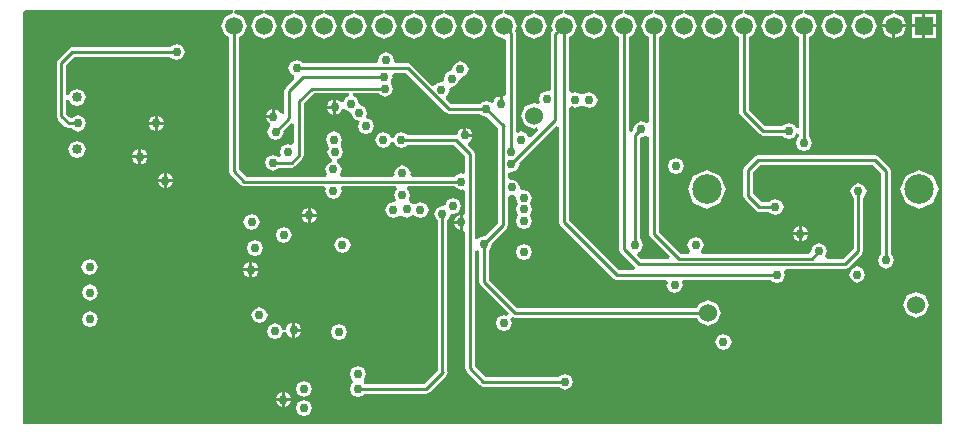
<source format=gbl>
G04 Layer_Physical_Order=4*
G04 Layer_Color=16711680*
%FSLAX43Y43*%
%MOMM*%
G71*
G01*
G75*
%ADD36C,0.254*%
%ADD39C,0.762*%
%ADD40C,1.524*%
%ADD41C,0.850*%
%ADD42R,1.500X1.500*%
%ADD43C,1.500*%
%ADD44C,2.500*%
G36*
X91468Y78816D02*
X90748Y78518D01*
X90429Y77749D01*
X90577Y77393D01*
X90513Y77330D01*
X90393Y77038D01*
Y72344D01*
X90181Y72203D01*
X90094Y72239D01*
X89608Y72038D01*
X89406Y71552D01*
X89507Y71310D01*
X89312Y71115D01*
X88976Y71255D01*
X88199Y70932D01*
X87876Y70155D01*
X88199Y69377D01*
X88976Y69055D01*
X89219Y69156D01*
X89363Y68940D01*
X88725Y68303D01*
X88476Y68352D01*
X88370Y68609D01*
X87884Y68810D01*
X87644Y68711D01*
X87433Y68852D01*
Y77165D01*
X87357Y77349D01*
X87523Y77749D01*
X87205Y78518D01*
X86484Y78816D01*
X86535Y79070D01*
X88878D01*
X88928Y78816D01*
X88796Y78761D01*
X88208Y78518D01*
X87889Y77749D01*
X88208Y76981D01*
X88976Y76663D01*
X89745Y76981D01*
X90063Y77749D01*
X89745Y78518D01*
X89156Y78761D01*
X89024Y78816D01*
X89075Y79070D01*
X91418D01*
X91468Y78816D01*
D02*
G37*
G36*
X96548D02*
X95828Y78518D01*
X95509Y77749D01*
X95828Y76981D01*
X96184Y76834D01*
Y58826D01*
X96305Y58535D01*
X97531Y57308D01*
X97522Y57223D01*
X97455Y57054D01*
X96208D01*
X91929Y61334D01*
Y70757D01*
X92183Y70927D01*
X92456Y70814D01*
X92900Y70998D01*
X93098Y70995D01*
X93195Y70962D01*
X93675Y70763D01*
X94161Y70964D01*
X94363Y71450D01*
X94161Y71936D01*
X93675Y72138D01*
X93231Y71953D01*
X93033Y71956D01*
X92936Y71989D01*
X92456Y72188D01*
X92183Y72075D01*
X91929Y72245D01*
Y76834D01*
X92285Y76981D01*
X92603Y77749D01*
X92285Y78518D01*
X91564Y78816D01*
X91615Y79070D01*
X93958D01*
X94008Y78816D01*
X93876Y78761D01*
X93288Y78518D01*
X92969Y77749D01*
X93288Y76981D01*
X94056Y76663D01*
X94825Y76981D01*
X95143Y77749D01*
X94825Y78518D01*
X94236Y78761D01*
X94104Y78816D01*
X94155Y79070D01*
X96498D01*
X96548Y78816D01*
D02*
G37*
G36*
X111788D02*
X111068Y78518D01*
X110749Y77749D01*
X111068Y76981D01*
X111424Y76834D01*
Y69112D01*
X111170Y69062D01*
X111052Y69345D01*
X110566Y69547D01*
X110080Y69345D01*
X110050Y69272D01*
X108553D01*
X107169Y70656D01*
Y76834D01*
X107525Y76981D01*
X107843Y77749D01*
X107525Y78518D01*
X106804Y78816D01*
X106855Y79070D01*
X109198D01*
X109248Y78816D01*
X109116Y78761D01*
X108528Y78518D01*
X108209Y77749D01*
X108528Y76981D01*
X109296Y76663D01*
X110065Y76981D01*
X110383Y77749D01*
X110065Y78518D01*
X109476Y78761D01*
X109344Y78816D01*
X109395Y79070D01*
X111738D01*
X111788Y78816D01*
D02*
G37*
G36*
X99088D02*
X98368Y78518D01*
X98049Y77749D01*
X98368Y76981D01*
X98724Y76834D01*
Y69636D01*
X98470Y69508D01*
X98069Y69674D01*
X97583Y69472D01*
X97382Y68986D01*
X97400Y68943D01*
X97251Y68776D01*
X97009Y68820D01*
Y76834D01*
X97365Y76981D01*
X97683Y77749D01*
X97365Y78518D01*
X96644Y78816D01*
X96695Y79070D01*
X99038D01*
X99088Y78816D01*
D02*
G37*
G36*
X98724Y68337D02*
Y60147D01*
X98845Y59856D01*
X100471Y58229D01*
X100374Y57994D01*
X98012D01*
X97720Y58286D01*
X97780Y58585D01*
X98047Y58696D01*
X98249Y59182D01*
X98047Y59668D01*
X97974Y59699D01*
Y68064D01*
X98069Y68299D01*
X98470Y68465D01*
X98724Y68337D01*
D02*
G37*
G36*
X86388Y78816D02*
X85668Y78518D01*
X85349Y77749D01*
X85668Y76981D01*
X86436Y76663D01*
X86608Y76548D01*
Y71921D01*
X86397Y71780D01*
X86335Y71806D01*
Y71171D01*
X86081D01*
Y71806D01*
X85722Y71657D01*
X85605Y71375D01*
X85449Y71200D01*
X85286Y71267D01*
X84963Y71401D01*
X84477Y71200D01*
X84447Y71126D01*
X81933D01*
X81513Y71547D01*
X81562Y71796D01*
X81639Y71828D01*
X81840Y72314D01*
X81792Y72431D01*
X81971Y72610D01*
X82017Y72592D01*
X82503Y72793D01*
X82704Y73279D01*
X82910Y73444D01*
X83239Y73580D01*
X83441Y74066D01*
X83239Y74552D01*
X82753Y74754D01*
X82267Y74552D01*
X82066Y74066D01*
X81859Y73901D01*
X81531Y73765D01*
X81329Y73279D01*
X81378Y73162D01*
X81198Y72982D01*
X81153Y73001D01*
X80667Y72800D01*
X80635Y72723D01*
X80386Y72673D01*
X78600Y74460D01*
X78308Y74580D01*
X77267D01*
X77126Y74792D01*
X77141Y74828D01*
X76940Y75314D01*
X76454Y75516D01*
X75968Y75314D01*
X75767Y74828D01*
X75782Y74792D01*
X75641Y74580D01*
X69401D01*
X69371Y74654D01*
X68885Y74855D01*
X68399Y74654D01*
X68197Y74168D01*
X68399Y73682D01*
X68648Y73579D01*
X68708Y73279D01*
X67958Y72529D01*
X67837Y72238D01*
Y70320D01*
X67788Y70291D01*
X67469Y70399D01*
X67405Y70554D01*
X67046Y70703D01*
Y70068D01*
X66919D01*
Y69941D01*
X66284D01*
X66433Y69582D01*
X66621Y69504D01*
Y69488D01*
X66607Y69235D01*
X66419Y68783D01*
X66621Y68297D01*
X67107Y68096D01*
X67593Y68297D01*
X67794Y68783D01*
X67764Y68857D01*
X68422Y69515D01*
X68676Y69410D01*
Y67836D01*
X68422Y67666D01*
X68174Y67769D01*
X67688Y67567D01*
X67486Y67081D01*
X67589Y66835D01*
X67559Y66790D01*
X67363Y66654D01*
X66877Y66856D01*
X66391Y66654D01*
X66190Y66168D01*
X66391Y65682D01*
X66877Y65481D01*
X67363Y65682D01*
X67394Y65756D01*
X68480D01*
X68771Y65877D01*
X69380Y66485D01*
X69500Y66777D01*
Y71178D01*
X70351Y72028D01*
X73291D01*
X73341Y71774D01*
X72996Y71631D01*
X72876Y71341D01*
X72601D01*
X72597Y71352D01*
X72238Y71501D01*
Y70866D01*
Y70231D01*
X72597Y70380D01*
X72717Y70670D01*
X72992D01*
X72996Y70659D01*
X73294Y70536D01*
X73506Y70383D01*
X73707Y69897D01*
X74193Y69696D01*
X74232Y69658D01*
X74073Y69274D01*
X74274Y68788D01*
X74760Y68587D01*
X75246Y68788D01*
X75448Y69274D01*
X75246Y69760D01*
X74760Y69961D01*
X74722Y70000D01*
X74881Y70383D01*
X74679Y70869D01*
X74381Y70993D01*
X74170Y71145D01*
X73968Y71631D01*
X73623Y71774D01*
X73674Y72028D01*
X75836D01*
X75866Y71955D01*
X76352Y71753D01*
X76838Y71955D01*
X77040Y72441D01*
X76838Y72927D01*
X76898Y73177D01*
X77014Y73457D01*
X76978Y73544D01*
X77119Y73756D01*
X78137D01*
X81471Y70422D01*
X81763Y70301D01*
X84447D01*
X84477Y70228D01*
X84963Y70026D01*
X85037Y70057D01*
X85973Y69120D01*
Y61080D01*
X84833Y59940D01*
X84760Y59971D01*
X84274Y59770D01*
X84232Y59670D01*
X83978Y59720D01*
Y66929D01*
X83858Y67221D01*
X83404Y67674D01*
X83454Y67923D01*
X83620Y67992D01*
X83769Y68351D01*
X83134D01*
Y68478D01*
X83007D01*
Y69113D01*
X82648Y68964D01*
X82543Y68710D01*
X82423Y68484D01*
X82212Y68484D01*
X78266D01*
X78235Y68558D01*
X77749Y68759D01*
X77263Y68558D01*
X77125Y68224D01*
X76850D01*
X76711Y68558D01*
X76225Y68759D01*
X75739Y68558D01*
X75538Y68072D01*
X75739Y67586D01*
X76225Y67385D01*
X76711Y67586D01*
X76850Y67920D01*
X77125D01*
X77263Y67586D01*
X77749Y67385D01*
X78235Y67586D01*
X78266Y67660D01*
X82252D01*
X83154Y66758D01*
Y65327D01*
X82942Y65186D01*
X82779Y65254D01*
X82293Y65053D01*
X82262Y64979D01*
X78654D01*
X78513Y65190D01*
X78538Y65253D01*
X78337Y65739D01*
X77851Y65940D01*
X77365Y65739D01*
X77164Y65253D01*
X77189Y65190D01*
X77048Y64979D01*
X72684D01*
X72541Y65233D01*
X72696Y65608D01*
X72495Y66094D01*
X72298Y66176D01*
Y66451D01*
X72647Y66595D01*
X72849Y67081D01*
X72647Y67567D01*
X72633Y67848D01*
X72747Y68123D01*
X72546Y68609D01*
X72060Y68810D01*
X71574Y68609D01*
X71372Y68123D01*
X71574Y67637D01*
X71588Y67356D01*
X71474Y67081D01*
X71675Y66595D01*
X71872Y66514D01*
Y66239D01*
X71523Y66094D01*
X71322Y65608D01*
X71477Y65233D01*
X71334Y64979D01*
X64611D01*
X63989Y65601D01*
Y76834D01*
X64345Y76981D01*
X64663Y77749D01*
X64345Y78518D01*
X63624Y78816D01*
X63675Y79070D01*
X66018D01*
X66068Y78816D01*
X65936Y78761D01*
X65348Y78518D01*
X65029Y77749D01*
X65348Y76981D01*
X66116Y76663D01*
X66885Y76981D01*
X67203Y77749D01*
X66885Y78518D01*
X66296Y78761D01*
X66164Y78816D01*
X66215Y79070D01*
X68558D01*
X68608Y78816D01*
X68476Y78761D01*
X67888Y78518D01*
X67569Y77749D01*
X67888Y76981D01*
X68656Y76663D01*
X69425Y76981D01*
X69743Y77749D01*
X69425Y78518D01*
X68836Y78761D01*
X68704Y78816D01*
X68755Y79070D01*
X71098D01*
X71148Y78816D01*
X71016Y78761D01*
X70428Y78518D01*
X70109Y77749D01*
X70428Y76981D01*
X71196Y76663D01*
X71965Y76981D01*
X72283Y77749D01*
X71965Y78518D01*
X71376Y78761D01*
X71244Y78816D01*
X71295Y79070D01*
X73638D01*
X73688Y78816D01*
X73556Y78761D01*
X72968Y78518D01*
X72649Y77749D01*
X72968Y76981D01*
X73736Y76663D01*
X74505Y76981D01*
X74823Y77749D01*
X74505Y78518D01*
X73916Y78761D01*
X73784Y78816D01*
X73835Y79070D01*
X76178D01*
X76228Y78816D01*
X76096Y78761D01*
X75508Y78518D01*
X75189Y77749D01*
X75508Y76981D01*
X76276Y76663D01*
X77045Y76981D01*
X77363Y77749D01*
X77045Y78518D01*
X76456Y78761D01*
X76324Y78816D01*
X76375Y79070D01*
X78718D01*
X78768Y78816D01*
X78636Y78761D01*
X78048Y78518D01*
X77729Y77749D01*
X78048Y76981D01*
X78816Y76663D01*
X79585Y76981D01*
X79903Y77749D01*
X79585Y78518D01*
X78996Y78761D01*
X78864Y78816D01*
X78915Y79070D01*
X81258D01*
X81308Y78816D01*
X81176Y78761D01*
X80588Y78518D01*
X80269Y77749D01*
X80588Y76981D01*
X81356Y76663D01*
X82125Y76981D01*
X82443Y77749D01*
X82125Y78518D01*
X81536Y78761D01*
X81404Y78816D01*
X81455Y79070D01*
X83798D01*
X83848Y78816D01*
X83716Y78761D01*
X83128Y78518D01*
X82809Y77749D01*
X83128Y76981D01*
X83896Y76663D01*
X84665Y76981D01*
X84983Y77749D01*
X84665Y78518D01*
X84076Y78761D01*
X83944Y78816D01*
X83995Y79070D01*
X86338D01*
X86388Y78816D01*
D02*
G37*
G36*
X123546Y44120D02*
X123525Y44069D01*
X45720D01*
Y78869D01*
X45810Y79012D01*
X45932Y79070D01*
X63478D01*
X63528Y78816D01*
X62808Y78518D01*
X62489Y77749D01*
X62808Y76981D01*
X63164Y76834D01*
Y65430D01*
X63285Y65139D01*
X64148Y64275D01*
X64440Y64154D01*
X71248D01*
X71390Y63943D01*
X71322Y63779D01*
X71523Y63293D01*
X72009Y63092D01*
X72495Y63293D01*
X72696Y63779D01*
X72628Y63943D01*
X72770Y64154D01*
X77328D01*
X77378Y63900D01*
X77340Y63884D01*
X77138Y63398D01*
X77290Y63033D01*
X77095Y62839D01*
X77089Y62841D01*
X76603Y62640D01*
X76402Y62154D01*
X76603Y61668D01*
X77089Y61466D01*
X77575Y61668D01*
X77831Y61683D01*
X78232Y61517D01*
X78718Y61719D01*
X78868D01*
X78889Y61668D01*
X79375Y61466D01*
X79861Y61668D01*
X80062Y62154D01*
X79861Y62640D01*
X79375Y62841D01*
X78996Y62684D01*
X78737Y62690D01*
X78647Y62720D01*
X78508Y62777D01*
X78390Y63101D01*
X78513Y63398D01*
X78312Y63884D01*
X78273Y63900D01*
X78324Y64154D01*
X82262D01*
X82293Y64081D01*
X82779Y63879D01*
X82942Y63947D01*
X83154Y63806D01*
Y61894D01*
X82956Y61762D01*
Y61112D01*
Y60463D01*
X83154Y60331D01*
Y48768D01*
X83274Y48476D01*
X84417Y47333D01*
X84709Y47213D01*
X91076D01*
X91106Y47139D01*
X91592Y46938D01*
X92078Y47139D01*
X92280Y47625D01*
X92078Y48111D01*
X91592Y48312D01*
X91106Y48111D01*
X91076Y48037D01*
X84880D01*
X83978Y48939D01*
Y58683D01*
X84232Y58796D01*
X84347Y58692D01*
Y56058D01*
X84468Y55766D01*
X86833Y53401D01*
X86689Y53186D01*
X86436Y53291D01*
X85950Y53089D01*
X85749Y52603D01*
X85950Y52117D01*
X86436Y51916D01*
X86922Y52117D01*
X87124Y52603D01*
X86996Y52912D01*
X87190Y53106D01*
X87376Y53029D01*
X102779D01*
X102931Y52664D01*
X103708Y52342D01*
X104486Y52664D01*
X104808Y53442D01*
X104486Y54219D01*
X103708Y54541D01*
X102931Y54219D01*
X102779Y53854D01*
X87547D01*
X85172Y56229D01*
Y58767D01*
X85246Y58798D01*
X85447Y59284D01*
X85417Y59357D01*
X86677Y60618D01*
X86798Y60909D01*
Y63292D01*
X87009Y63433D01*
X87097Y63397D01*
X87262Y63466D01*
X87457Y63271D01*
X87425Y63195D01*
X87542Y62913D01*
X87627Y62709D01*
X87558Y62463D01*
X87451Y62205D01*
X87561Y61937D01*
X87648Y61709D01*
X87561Y61481D01*
X87451Y61214D01*
X87652Y60728D01*
X88138Y60527D01*
X88624Y60728D01*
X88825Y61214D01*
X88715Y61481D01*
X88628Y61709D01*
X88715Y61937D01*
X88825Y62205D01*
X88708Y62487D01*
X88624Y62691D01*
X88693Y62937D01*
X88800Y63195D01*
X88599Y63681D01*
X88113Y63883D01*
X87947Y63814D01*
X87752Y64008D01*
X87784Y64084D01*
X87583Y64570D01*
X87097Y64772D01*
X87009Y64735D01*
X86798Y64876D01*
Y65263D01*
X87009Y65404D01*
X87071Y65378D01*
X87557Y65579D01*
X87759Y66065D01*
X87728Y66139D01*
X90850Y69261D01*
X91104Y69156D01*
Y61163D01*
X91225Y60872D01*
X95746Y56350D01*
X96037Y56230D01*
X100149D01*
X100290Y56018D01*
X100201Y55804D01*
X100403Y55318D01*
X100889Y55116D01*
X101375Y55318D01*
X101576Y55804D01*
X101487Y56018D01*
X101628Y56230D01*
X109034D01*
X109064Y56156D01*
X109550Y55955D01*
X110036Y56156D01*
X110238Y56642D01*
X110124Y56915D01*
X110294Y57169D01*
X115316D01*
X115608Y57290D01*
X116751Y58433D01*
X116871Y58725D01*
Y63212D01*
X116945Y63243D01*
X117146Y63729D01*
X116945Y64215D01*
X116459Y64416D01*
X115973Y64215D01*
X115772Y63729D01*
X115973Y63243D01*
X116047Y63212D01*
Y58896D01*
X115145Y57994D01*
X113756D01*
X113628Y58248D01*
X113794Y58649D01*
X113592Y59135D01*
X113106Y59336D01*
X112620Y59135D01*
X112419Y58649D01*
X112241Y58451D01*
X103226D01*
X103153Y58696D01*
X103354Y59182D01*
X103153Y59668D01*
X102667Y59869D01*
X102181Y59668D01*
X101979Y59182D01*
X102181Y58696D01*
X102108Y58451D01*
X101415D01*
X99549Y60318D01*
Y76834D01*
X99905Y76981D01*
X100223Y77749D01*
X99905Y78518D01*
X99184Y78816D01*
X99235Y79070D01*
X101578D01*
X101628Y78816D01*
X101496Y78761D01*
X100908Y78518D01*
X100589Y77749D01*
X100908Y76981D01*
X101676Y76663D01*
X102445Y76981D01*
X102763Y77749D01*
X102445Y78518D01*
X101856Y78761D01*
X101724Y78816D01*
X101775Y79070D01*
X104118D01*
X104168Y78816D01*
X104036Y78761D01*
X103448Y78518D01*
X103129Y77749D01*
X103448Y76981D01*
X104216Y76663D01*
X104985Y76981D01*
X105303Y77749D01*
X104985Y78518D01*
X104396Y78761D01*
X104264Y78816D01*
X104315Y79070D01*
X106658D01*
X106708Y78816D01*
X105988Y78518D01*
X105669Y77749D01*
X105988Y76981D01*
X106344Y76834D01*
Y70485D01*
X106465Y70193D01*
X108090Y68568D01*
X108382Y68447D01*
X110050D01*
X110080Y68373D01*
X110566Y68172D01*
X111052Y68373D01*
X111170Y68657D01*
X111424Y68607D01*
Y68360D01*
X111350Y68329D01*
X111149Y67843D01*
X111350Y67357D01*
X111836Y67156D01*
X112322Y67357D01*
X112524Y67843D01*
X112322Y68329D01*
X112249Y68360D01*
Y76834D01*
X112605Y76981D01*
X112923Y77749D01*
X112605Y78518D01*
X111884Y78816D01*
X111935Y79070D01*
X114278D01*
X114328Y78816D01*
X114196Y78761D01*
X113608Y78518D01*
X113289Y77749D01*
X113608Y76981D01*
X114376Y76663D01*
X115145Y76981D01*
X115463Y77749D01*
X115145Y78518D01*
X114556Y78761D01*
X114424Y78816D01*
X114475Y79070D01*
X116818D01*
X116868Y78816D01*
X116736Y78761D01*
X116148Y78518D01*
X115829Y77749D01*
X116148Y76981D01*
X116916Y76663D01*
X117685Y76981D01*
X118003Y77749D01*
X117685Y78518D01*
X117096Y78761D01*
X116964Y78816D01*
X117015Y79070D01*
X119358D01*
X119408Y78816D01*
X119276Y78761D01*
X118688Y78518D01*
X118422Y77876D01*
X119456D01*
X120490D01*
X120225Y78518D01*
X119636Y78761D01*
X119504Y78816D01*
X119555Y79070D01*
X123546D01*
Y44120D01*
D02*
G37*
%LPC*%
G36*
X71984Y70739D02*
X71476D01*
X71625Y70380D01*
X71984Y70231D01*
Y70739D01*
D02*
G37*
G36*
X66792Y70703D02*
X66433Y70554D01*
X66284Y70195D01*
X66792D01*
Y70703D01*
D02*
G37*
G36*
X83261Y69113D02*
Y68605D01*
X83769D01*
X83620Y68964D01*
X83261Y69113D01*
D02*
G37*
G36*
X71984Y71501D02*
X71625Y71352D01*
X71476Y70993D01*
X71984D01*
Y71501D01*
D02*
G37*
G36*
X82702Y60985D02*
X82195D01*
X82343Y60626D01*
X82702Y60478D01*
Y60985D01*
D02*
G37*
G36*
X88138Y59311D02*
X87652Y59109D01*
X87451Y58623D01*
X87652Y58137D01*
X88138Y57936D01*
X88624Y58137D01*
X88825Y58623D01*
X88624Y59109D01*
X88138Y59311D01*
D02*
G37*
G36*
X65151Y57732D02*
Y57224D01*
X65659D01*
X65510Y57583D01*
X65151Y57732D01*
D02*
G37*
G36*
X51359Y58015D02*
X50873Y57814D01*
X50671Y57328D01*
X50873Y56842D01*
X51359Y56640D01*
X51845Y56842D01*
X52046Y57328D01*
X51845Y57814D01*
X51359Y58015D01*
D02*
G37*
G36*
X65659Y56970D02*
X65151D01*
Y56463D01*
X65510Y56611D01*
X65659Y56970D01*
D02*
G37*
G36*
X64897Y57732D02*
X64538Y57583D01*
X64389Y57224D01*
X64897D01*
Y57732D01*
D02*
G37*
G36*
X117856Y66833D02*
X107975D01*
X107684Y66713D01*
X106820Y65849D01*
X106699Y65557D01*
Y63373D01*
X106820Y63081D01*
X107785Y62116D01*
X108077Y61995D01*
X108907D01*
X108937Y61922D01*
X109423Y61720D01*
X109909Y61922D01*
X110111Y62408D01*
X109909Y62894D01*
X109423Y63095D01*
X108937Y62894D01*
X108907Y62820D01*
X108248D01*
X107524Y63544D01*
Y65387D01*
X108146Y66009D01*
X117685D01*
X118370Y65323D01*
Y58400D01*
X118297Y58370D01*
X118095Y57884D01*
X118297Y57398D01*
X118783Y57196D01*
X119269Y57398D01*
X119470Y57884D01*
X119269Y58370D01*
X119195Y58400D01*
Y65494D01*
X119074Y65786D01*
X118148Y66713D01*
X117856Y66833D01*
D02*
G37*
G36*
X65075Y61851D02*
X64589Y61649D01*
X64387Y61163D01*
X64589Y60677D01*
X65075Y60476D01*
X65561Y60677D01*
X65762Y61163D01*
X65561Y61649D01*
X65075Y61851D01*
D02*
G37*
G36*
X111404Y60782D02*
X111045Y60633D01*
X110897Y60274D01*
X111404D01*
Y60782D01*
D02*
G37*
G36*
X112166Y60020D02*
X111658D01*
Y59512D01*
X112017Y59661D01*
X112166Y60020D01*
D02*
G37*
G36*
X111404D02*
X110897D01*
X111045Y59661D01*
X111404Y59512D01*
Y60020D01*
D02*
G37*
G36*
X111658Y60782D02*
Y60274D01*
X112166D01*
X112017Y60633D01*
X111658Y60782D01*
D02*
G37*
G36*
X65380Y59615D02*
X64894Y59414D01*
X64692Y58928D01*
X64894Y58442D01*
X65380Y58241D01*
X65866Y58442D01*
X66067Y58928D01*
X65866Y59414D01*
X65380Y59615D01*
D02*
G37*
G36*
X72769Y59868D02*
X72283Y59666D01*
X72082Y59180D01*
X72283Y58694D01*
X72769Y58493D01*
X73255Y58694D01*
X73457Y59180D01*
X73255Y59666D01*
X72769Y59868D01*
D02*
G37*
G36*
X67793Y60733D02*
X67307Y60532D01*
X67105Y60046D01*
X67307Y59560D01*
X67793Y59358D01*
X68279Y59560D01*
X68480Y60046D01*
X68279Y60532D01*
X67793Y60733D01*
D02*
G37*
G36*
X105029Y51665D02*
X104543Y51464D01*
X104342Y50978D01*
X104543Y50492D01*
X105029Y50290D01*
X105515Y50492D01*
X105716Y50978D01*
X105515Y51464D01*
X105029Y51665D01*
D02*
G37*
G36*
X67894Y46736D02*
Y46228D01*
X68402D01*
X68253Y46587D01*
X67894Y46736D01*
D02*
G37*
G36*
X69266Y51867D02*
X68758D01*
Y51359D01*
X69117Y51508D01*
X69266Y51867D01*
D02*
G37*
G36*
X72466Y52529D02*
X71980Y52327D01*
X71779Y51841D01*
X71980Y51355D01*
X72466Y51154D01*
X72952Y51355D01*
X73154Y51841D01*
X72952Y52327D01*
X72466Y52529D01*
D02*
G37*
G36*
X67640Y45974D02*
X67132D01*
X67281Y45615D01*
X67640Y45466D01*
Y45974D01*
D02*
G37*
G36*
X69520Y47703D02*
X69034Y47501D01*
X68832Y47015D01*
X69034Y46529D01*
X69319Y46411D01*
X69498Y46337D01*
Y46093D01*
X69319Y46019D01*
X69034Y45901D01*
X68832Y45415D01*
X69034Y44929D01*
X69520Y44728D01*
X70006Y44929D01*
X70207Y45415D01*
X70006Y45901D01*
X69721Y46019D01*
X69542Y46093D01*
Y46337D01*
X69721Y46411D01*
X70006Y46529D01*
X70207Y47015D01*
X70006Y47501D01*
X69520Y47703D01*
D02*
G37*
G36*
X67640Y46736D02*
X67281Y46587D01*
X67132Y46228D01*
X67640D01*
Y46736D01*
D02*
G37*
G36*
X68402Y45974D02*
X67894D01*
Y45466D01*
X68253Y45615D01*
X68402Y45974D01*
D02*
G37*
G36*
X51384Y55856D02*
X50898Y55655D01*
X50697Y55169D01*
X50898Y54683D01*
X51384Y54481D01*
X51870Y54683D01*
X52072Y55169D01*
X51870Y55655D01*
X51384Y55856D01*
D02*
G37*
G36*
X121336Y55253D02*
X120558Y54930D01*
X120236Y54153D01*
X120558Y53375D01*
X121336Y53053D01*
X122113Y53375D01*
X122436Y54153D01*
X122113Y54930D01*
X121336Y55253D01*
D02*
G37*
G36*
X64897Y56970D02*
X64389D01*
X64538Y56611D01*
X64897Y56463D01*
Y56970D01*
D02*
G37*
G36*
X116357Y57380D02*
X115871Y57179D01*
X115670Y56693D01*
X115871Y56207D01*
X116357Y56005D01*
X116843Y56207D01*
X117045Y56693D01*
X116843Y57179D01*
X116357Y57380D01*
D02*
G37*
G36*
X68758Y52629D02*
Y52121D01*
X69266D01*
X69117Y52480D01*
X68758Y52629D01*
D02*
G37*
G36*
X68504D02*
X68145Y52480D01*
X68006Y52144D01*
X67960Y52033D01*
X67709Y51975D01*
X67660Y52093D01*
X67542Y52378D01*
X67056Y52580D01*
X66570Y52378D01*
X66369Y51892D01*
X66570Y51406D01*
X67056Y51205D01*
X67542Y51406D01*
X67681Y51742D01*
X67727Y51853D01*
X67978Y51910D01*
X68027Y51793D01*
X68145Y51508D01*
X68504Y51359D01*
Y51994D01*
Y52629D01*
D02*
G37*
G36*
X65735Y53926D02*
X65249Y53724D01*
X65048Y53238D01*
X65249Y52752D01*
X65735Y52551D01*
X66221Y52752D01*
X66423Y53238D01*
X66221Y53724D01*
X65735Y53926D01*
D02*
G37*
G36*
X51384Y53596D02*
X50898Y53394D01*
X50697Y52908D01*
X50898Y52422D01*
X51384Y52221D01*
X51870Y52422D01*
X52072Y52908D01*
X51870Y53394D01*
X51384Y53596D01*
D02*
G37*
G36*
X69825Y61570D02*
X69317D01*
X69466Y61211D01*
X69825Y61062D01*
Y61570D01*
D02*
G37*
G36*
X57125Y70129D02*
Y69621D01*
X57632D01*
X57484Y69980D01*
X57125Y70129D01*
D02*
G37*
G36*
X56871D02*
X56512Y69980D01*
X56363Y69621D01*
X56871D01*
Y70129D01*
D02*
G37*
G36*
X55753Y67284D02*
Y66777D01*
X56261D01*
X56112Y67136D01*
X55753Y67284D01*
D02*
G37*
G36*
X57632Y69367D02*
X57125D01*
Y68860D01*
X57484Y69008D01*
X57632Y69367D01*
D02*
G37*
G36*
X56871D02*
X56363D01*
X56512Y69008D01*
X56871Y68860D01*
Y69367D01*
D02*
G37*
G36*
X123000Y77622D02*
X122123D01*
Y76745D01*
X123000D01*
Y77622D01*
D02*
G37*
G36*
X121869D02*
X120992D01*
Y76745D01*
X121869D01*
Y77622D01*
D02*
G37*
G36*
X123000Y78753D02*
X122123D01*
Y77876D01*
X123000D01*
Y78753D01*
D02*
G37*
G36*
X121869D02*
X120992D01*
Y77876D01*
X121869D01*
Y78753D01*
D02*
G37*
G36*
X58725Y76227D02*
X58239Y76026D01*
X58208Y75952D01*
X49911D01*
X49619Y75831D01*
X48680Y74891D01*
X48559Y74600D01*
Y70104D01*
X48680Y69812D01*
X49299Y69193D01*
X49591Y69072D01*
X49852D01*
X49882Y68999D01*
X50368Y68797D01*
X50854Y68999D01*
X51056Y69485D01*
X50854Y69971D01*
X50368Y70172D01*
X49882Y69971D01*
X49631Y70028D01*
X49384Y70275D01*
Y71440D01*
X49638Y71490D01*
X49772Y71165D01*
X50292Y70950D01*
X50812Y71165D01*
X51027Y71685D01*
X50812Y72204D01*
X50292Y72420D01*
X49772Y72204D01*
X49638Y71879D01*
X49384Y71930D01*
Y74429D01*
X50082Y75127D01*
X58208D01*
X58239Y75054D01*
X58725Y74852D01*
X59211Y75054D01*
X59412Y75540D01*
X59211Y76026D01*
X58725Y76227D01*
D02*
G37*
G36*
X120490Y77622D02*
X119583D01*
Y76715D01*
X120225Y76981D01*
X120490Y77622D01*
D02*
G37*
G36*
X119329D02*
X118422D01*
X118688Y76981D01*
X119329Y76715D01*
Y77622D01*
D02*
G37*
G36*
X121620Y65525D02*
X120468Y65048D01*
X119992Y63897D01*
X120468Y62746D01*
X121620Y62269D01*
X122771Y62746D01*
X123248Y63897D01*
X122771Y65048D01*
X121620Y65525D01*
D02*
G37*
G36*
X103620D02*
X102468Y65048D01*
X101992Y63897D01*
X102468Y62746D01*
X103620Y62269D01*
X104771Y62746D01*
X105248Y63897D01*
X104771Y65048D01*
X103620Y65525D01*
D02*
G37*
G36*
X57658Y64516D02*
X57150D01*
X57299Y64157D01*
X57658Y64008D01*
Y64516D01*
D02*
G37*
G36*
X82144Y63197D02*
X81658Y62995D01*
X81534Y62696D01*
X81470Y62565D01*
X81257Y62488D01*
X81232Y62488D01*
X81018Y62400D01*
X80746Y62287D01*
X80545Y61801D01*
X80746Y61315D01*
X80820Y61284D01*
Y48561D01*
X79687Y47428D01*
X74608D01*
X74578Y47501D01*
X74555Y47511D01*
Y47716D01*
X74579Y47776D01*
X74779Y48260D01*
X74578Y48746D01*
X74092Y48947D01*
X73606Y48746D01*
X73404Y48260D01*
X73605Y47776D01*
X73628Y47716D01*
Y47559D01*
X73605Y47499D01*
X73404Y47015D01*
X73606Y46529D01*
X74092Y46328D01*
X74578Y46529D01*
X74608Y46603D01*
X79858D01*
X80149Y46724D01*
X81546Y48121D01*
X81546Y48121D01*
X81667Y48412D01*
X81644Y48467D01*
Y61284D01*
X81718Y61315D01*
X81919Y61801D01*
X82118Y61823D01*
X82144Y61822D01*
X82144Y61822D01*
X82630Y62023D01*
X82831Y62509D01*
X82630Y62995D01*
X82144Y63197D01*
D02*
G37*
G36*
X82702Y61747D02*
X82343Y61598D01*
X82195Y61239D01*
X82702D01*
Y61747D01*
D02*
G37*
G36*
X70586Y61570D02*
X70079D01*
Y61062D01*
X70438Y61211D01*
X70586Y61570D01*
D02*
G37*
G36*
X70079Y62331D02*
Y61824D01*
X70586D01*
X70438Y62183D01*
X70079Y62331D01*
D02*
G37*
G36*
X69825D02*
X69466Y62183D01*
X69317Y61824D01*
X69825D01*
Y62331D01*
D02*
G37*
G36*
X56261Y66523D02*
X55753D01*
Y66015D01*
X56112Y66164D01*
X56261Y66523D01*
D02*
G37*
G36*
X55499D02*
X54991D01*
X55140Y66164D01*
X55499Y66015D01*
Y66523D01*
D02*
G37*
G36*
Y67284D02*
X55140Y67136D01*
X54991Y66777D01*
X55499D01*
Y67284D01*
D02*
G37*
G36*
X50292Y68020D02*
X49772Y67804D01*
X49557Y67285D01*
X49772Y66765D01*
X50292Y66550D01*
X50812Y66765D01*
X51027Y67285D01*
X50812Y67804D01*
X50292Y68020D01*
D02*
G37*
G36*
X57658Y65278D02*
X57299Y65129D01*
X57150Y64770D01*
X57658D01*
Y65278D01*
D02*
G37*
G36*
X58420Y64516D02*
X57912D01*
Y64008D01*
X58271Y64157D01*
X58420Y64516D01*
D02*
G37*
G36*
X100990Y66575D02*
X100504Y66374D01*
X100303Y65888D01*
X100504Y65402D01*
X100990Y65200D01*
X101476Y65402D01*
X101678Y65888D01*
X101476Y66374D01*
X100990Y66575D01*
D02*
G37*
G36*
X57912Y65278D02*
Y64770D01*
X58420D01*
X58271Y65129D01*
X57912Y65278D01*
D02*
G37*
%LPD*%
D36*
X84760Y59284D02*
X86385Y60909D01*
Y69190D01*
X86436Y69240D01*
X112497Y58039D02*
X113106Y58649D01*
X101244Y58039D02*
X112497D01*
X99136Y60147D02*
X101244Y58039D01*
X81763Y70714D02*
X84963D01*
X68250Y69926D02*
Y72238D01*
X67107Y68783D02*
X68250Y69926D01*
X87376Y53442D02*
X103708D01*
X84760Y56058D02*
X87376Y53442D01*
X84760Y56058D02*
Y59284D01*
X84963Y70714D02*
X86436Y69240D01*
X97561Y59182D02*
Y68478D01*
X98069Y68986D01*
X83566Y48768D02*
Y66929D01*
Y48768D02*
X84709Y47625D01*
X91592D01*
X87071Y66065D02*
X90805Y69799D01*
Y77038D01*
X77749Y68072D02*
X82423D01*
X83566Y66929D01*
X81232Y48435D02*
X81255Y48412D01*
X81232Y48435D02*
Y61801D01*
X79858Y47015D02*
X81255Y48412D01*
X74092Y47015D02*
X79858D01*
X68480Y66168D02*
X69088Y66777D01*
X66877Y66168D02*
X68480D01*
X69088Y66777D02*
Y71349D01*
X70180Y72441D01*
X76352D01*
X86436Y77749D02*
X87020Y77165D01*
Y67107D02*
Y77165D01*
X90805Y77038D02*
X91516Y77749D01*
X63576Y65430D02*
Y77749D01*
Y65430D02*
X64440Y64567D01*
X82779D01*
X97561Y59182D02*
X97587Y59207D01*
X97841Y57582D02*
X115316D01*
X96596Y58826D02*
X97841Y57582D01*
X96596Y58826D02*
Y77749D01*
X116459Y58725D02*
Y63729D01*
X115316Y57582D02*
X116459Y58725D01*
X118783Y57884D02*
Y65494D01*
X117856Y66421D02*
X118783Y65494D01*
X107975Y66421D02*
X117856D01*
X107112Y65557D02*
X107975Y66421D01*
X107112Y63373D02*
Y65557D01*
Y63373D02*
X108077Y62408D01*
X109423D01*
X96037Y56642D02*
X109550D01*
X99136Y60147D02*
Y77749D01*
X91516Y61163D02*
Y77749D01*
Y61163D02*
X96037Y56642D01*
X106756Y70485D02*
Y77749D01*
Y70485D02*
X108382Y68859D01*
X110566D01*
X111836Y67843D02*
Y77749D01*
X49911Y75540D02*
X58725D01*
X48971Y74600D02*
X49911Y75540D01*
X48971Y70104D02*
Y74600D01*
Y70104D02*
X49591Y69485D01*
X50368D01*
X68250Y72238D02*
X69469Y73457D01*
X76327D01*
X78308Y74168D02*
X81763Y70714D01*
X68885Y74168D02*
X78308D01*
D39*
X66919Y70068D02*
D03*
X68631Y51994D02*
D03*
X86208Y71171D02*
D03*
X67767Y46101D02*
D03*
X82829Y61112D02*
D03*
X69952Y61697D02*
D03*
X72111Y70866D02*
D03*
X65024Y57097D02*
D03*
X83134Y68478D02*
D03*
X57785Y64643D02*
D03*
X55626Y66650D02*
D03*
X65075Y61163D02*
D03*
X67793Y60046D02*
D03*
X65380Y58928D02*
D03*
X65735Y53238D02*
D03*
X69520Y45415D02*
D03*
X87884Y68123D02*
D03*
X102667Y59182D02*
D03*
X72161Y67081D02*
D03*
X68174D02*
D03*
X68885Y74168D02*
D03*
X84760Y59284D02*
D03*
X84963Y70714D02*
D03*
X105029Y50978D02*
D03*
X91592Y47625D02*
D03*
X86436Y52603D02*
D03*
X90094Y71552D02*
D03*
X92456Y71501D02*
D03*
X93675Y71450D02*
D03*
X81153Y72314D02*
D03*
X82017Y73279D02*
D03*
X82753Y74066D02*
D03*
X56998Y69494D02*
D03*
X67056Y51892D02*
D03*
X72466Y51841D02*
D03*
X116357Y56693D02*
D03*
X82144Y62509D02*
D03*
X81232Y61801D02*
D03*
X74760Y69274D02*
D03*
X74092Y47015D02*
D03*
Y48260D02*
D03*
X69520Y47015D02*
D03*
X77749Y68072D02*
D03*
X76225D02*
D03*
X72060Y68123D02*
D03*
X72009Y63779D02*
D03*
Y65608D02*
D03*
X74193Y70383D02*
D03*
X72769Y59180D02*
D03*
X100889Y55804D02*
D03*
X100990Y65888D02*
D03*
X77826Y63398D02*
D03*
X77851Y65253D02*
D03*
X76352Y72441D02*
D03*
X76327Y73457D02*
D03*
X66877Y66168D02*
D03*
X67107Y68783D02*
D03*
X79375Y62154D02*
D03*
X78232Y62205D02*
D03*
X77089Y62154D02*
D03*
X87020Y67107D02*
D03*
X87071Y66065D02*
D03*
X82779Y64567D02*
D03*
X88138Y58623D02*
D03*
Y61214D02*
D03*
Y62205D02*
D03*
X88113Y63195D02*
D03*
X87097Y64084D02*
D03*
X98069Y68986D02*
D03*
X97561Y59182D02*
D03*
X116459Y63729D02*
D03*
X113106Y58649D02*
D03*
X111531Y60147D02*
D03*
X109550Y56642D02*
D03*
X118783Y57884D02*
D03*
X109423Y62408D02*
D03*
X110566Y68859D02*
D03*
X111836Y67843D02*
D03*
X50368Y69485D02*
D03*
X58725Y75540D02*
D03*
X51384Y55169D02*
D03*
Y52908D02*
D03*
X51359Y57328D02*
D03*
X73482Y71145D02*
D03*
X76454Y74828D02*
D03*
D40*
X88976Y70155D02*
D03*
X121336Y54153D02*
D03*
X103708Y53442D02*
D03*
D41*
X50292Y67285D02*
D03*
Y71685D02*
D03*
D42*
X121996Y77749D02*
D03*
D43*
X63576D02*
D03*
X66116D02*
D03*
X68656D02*
D03*
X71196D02*
D03*
X73736D02*
D03*
X76276D02*
D03*
X78816D02*
D03*
X81356D02*
D03*
X83896D02*
D03*
X86436D02*
D03*
X88976D02*
D03*
X91516D02*
D03*
X94056D02*
D03*
X96596D02*
D03*
X99136D02*
D03*
X101676D02*
D03*
X104216D02*
D03*
X106756D02*
D03*
X109296D02*
D03*
X111836D02*
D03*
X114376D02*
D03*
X116916D02*
D03*
X119456D02*
D03*
D44*
X121620Y63897D02*
D03*
X103620D02*
D03*
M02*

</source>
